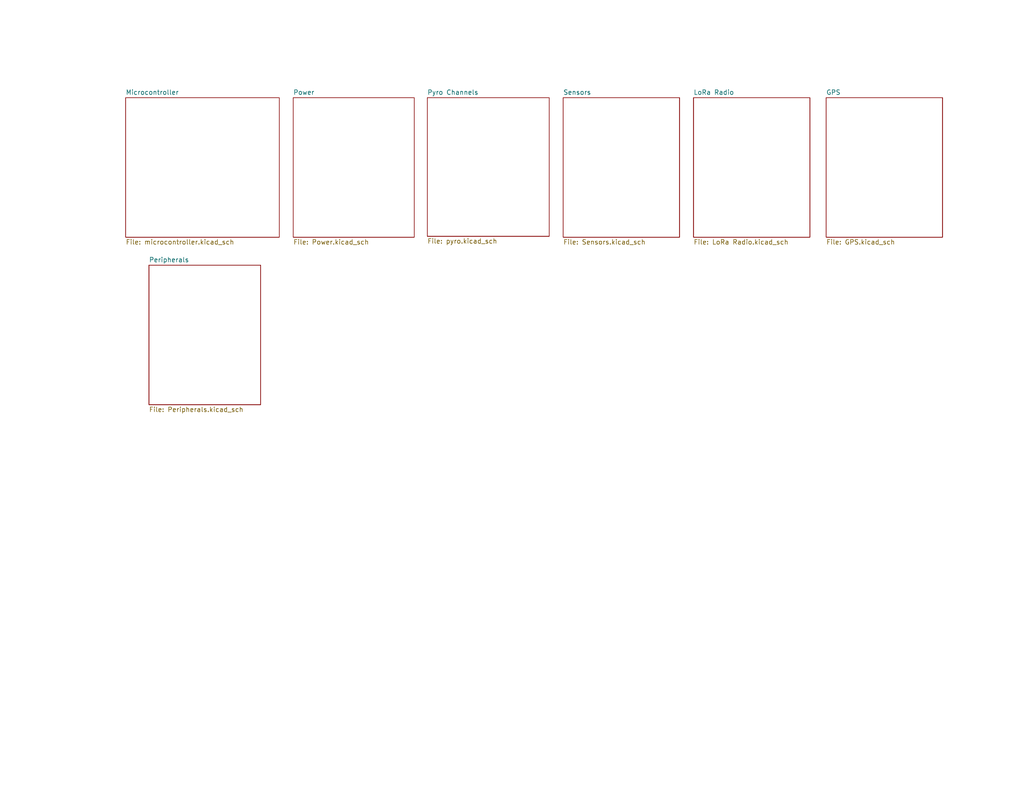
<source format=kicad_sch>
(kicad_sch
	(version 20231120)
	(generator "eeschema")
	(generator_version "8.0")
	(uuid "b8dcf6c3-e00e-4510-86f1-1869a84939df")
	(paper "USLetter")
	(title_block
		(title "WINTER Avionics Computer")
		(date "2025-01-06")
		(rev "3.3")
		(company "SparrowTheNerd")
	)
	(lib_symbols)
	(sheet
		(at 116.586 26.67)
		(size 33.274 37.846)
		(fields_autoplaced yes)
		(stroke
			(width 0.1524)
			(type solid)
		)
		(fill
			(color 0 0 0 0.0000)
		)
		(uuid "0b921805-40d6-4f14-880f-0915fc9edf26")
		(property "Sheetname" "Pyro Channels"
			(at 116.586 25.9584 0)
			(effects
				(font
					(size 1.27 1.27)
				)
				(justify left bottom)
			)
		)
		(property "Sheetfile" "pyro.kicad_sch"
			(at 116.586 65.1006 0)
			(effects
				(font
					(size 1.27 1.27)
				)
				(justify left top)
			)
		)
		(instances
			(project "SAP Mk3.3"
				(path "/b8dcf6c3-e00e-4510-86f1-1869a84939df"
					(page "3")
				)
			)
		)
	)
	(sheet
		(at 80.01 26.67)
		(size 33.02 38.1)
		(fields_autoplaced yes)
		(stroke
			(width 0.1524)
			(type solid)
		)
		(fill
			(color 0 0 0 0.0000)
		)
		(uuid "291ae41e-8f75-444f-8dd6-d72f3862478e")
		(property "Sheetname" "Power"
			(at 80.01 25.9584 0)
			(effects
				(font
					(size 1.27 1.27)
				)
				(justify left bottom)
			)
		)
		(property "Sheetfile" "Power.kicad_sch"
			(at 80.01 65.3546 0)
			(effects
				(font
					(size 1.27 1.27)
				)
				(justify left top)
			)
		)
		(instances
			(project "SAP Mk3.3"
				(path "/b8dcf6c3-e00e-4510-86f1-1869a84939df"
					(page "2")
				)
			)
		)
	)
	(sheet
		(at 225.425 26.67)
		(size 31.75 38.1)
		(fields_autoplaced yes)
		(stroke
			(width 0.1524)
			(type solid)
		)
		(fill
			(color 0 0 0 0.0000)
		)
		(uuid "3b582597-bfbe-40ae-9182-1a0f1466fb38")
		(property "Sheetname" "GPS"
			(at 225.425 25.9584 0)
			(effects
				(font
					(size 1.27 1.27)
				)
				(justify left bottom)
			)
		)
		(property "Sheetfile" "GPS.kicad_sch"
			(at 225.425 65.3546 0)
			(effects
				(font
					(size 1.27 1.27)
				)
				(justify left top)
			)
		)
		(instances
			(project "SAP Mk3.3"
				(path "/b8dcf6c3-e00e-4510-86f1-1869a84939df"
					(page "6")
				)
			)
		)
	)
	(sheet
		(at 34.29 26.67)
		(size 41.91 38.1)
		(fields_autoplaced yes)
		(stroke
			(width 0.1524)
			(type solid)
		)
		(fill
			(color 0 0 0 0.0000)
		)
		(uuid "44bc9f36-dedf-44a6-b226-120dfcdbffa6")
		(property "Sheetname" "Microcontroller"
			(at 34.29 25.9584 0)
			(effects
				(font
					(size 1.27 1.27)
				)
				(justify left bottom)
			)
		)
		(property "Sheetfile" "microcontroller.kicad_sch"
			(at 34.29 65.3546 0)
			(effects
				(font
					(size 1.27 1.27)
				)
				(justify left top)
			)
		)
		(instances
			(project "SAP Mk3.3"
				(path "/b8dcf6c3-e00e-4510-86f1-1869a84939df"
					(page "1")
				)
			)
		)
	)
	(sheet
		(at 153.67 26.67)
		(size 31.75 38.1)
		(fields_autoplaced yes)
		(stroke
			(width 0.1524)
			(type solid)
		)
		(fill
			(color 0 0 0 0.0000)
		)
		(uuid "595bc435-8840-4b57-9d45-84e2c6628ca1")
		(property "Sheetname" "Sensors"
			(at 153.67 25.9584 0)
			(effects
				(font
					(size 1.27 1.27)
				)
				(justify left bottom)
			)
		)
		(property "Sheetfile" "Sensors.kicad_sch"
			(at 153.67 65.3546 0)
			(effects
				(font
					(size 1.27 1.27)
				)
				(justify left top)
			)
		)
		(instances
			(project "SAP Mk3.3"
				(path "/b8dcf6c3-e00e-4510-86f1-1869a84939df"
					(page "4")
				)
			)
		)
	)
	(sheet
		(at 189.23 26.67)
		(size 31.75 38.1)
		(fields_autoplaced yes)
		(stroke
			(width 0.1524)
			(type solid)
		)
		(fill
			(color 0 0 0 0.0000)
		)
		(uuid "6c118e55-fe3f-4262-a03e-4cc0c3ff6fb8")
		(property "Sheetname" "LoRa Radio"
			(at 189.23 25.9584 0)
			(effects
				(font
					(size 1.27 1.27)
				)
				(justify left bottom)
			)
		)
		(property "Sheetfile" "LoRa Radio.kicad_sch"
			(at 189.23 65.3546 0)
			(effects
				(font
					(size 1.27 1.27)
				)
				(justify left top)
			)
		)
		(instances
			(project "SAP Mk3.3"
				(path "/b8dcf6c3-e00e-4510-86f1-1869a84939df"
					(page "5")
				)
			)
		)
	)
	(sheet
		(at 40.64 72.39)
		(size 30.48 38.1)
		(fields_autoplaced yes)
		(stroke
			(width 0.1524)
			(type solid)
		)
		(fill
			(color 0 0 0 0.0000)
		)
		(uuid "fd9e97c9-abda-41eb-b8e8-3a81b71ccd7a")
		(property "Sheetname" "Peripherals"
			(at 40.64 71.6784 0)
			(effects
				(font
					(size 1.27 1.27)
				)
				(justify left bottom)
			)
		)
		(property "Sheetfile" "Peripherals.kicad_sch"
			(at 40.64 111.0746 0)
			(effects
				(font
					(size 1.27 1.27)
				)
				(justify left top)
			)
		)
		(instances
			(project "SAP Mk3.3"
				(path "/b8dcf6c3-e00e-4510-86f1-1869a84939df"
					(page "8")
				)
			)
		)
	)
	(sheet_instances
		(path "/"
			(page "1")
		)
	)
)

</source>
